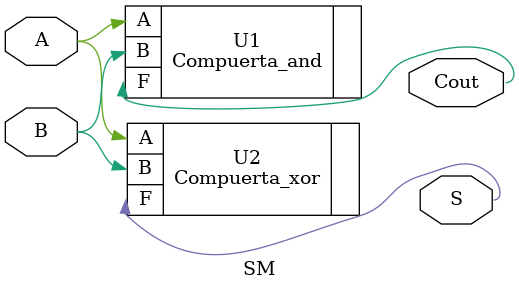
<source format=v>
module SM(
	input A,
	input B,
	output Cout,
	output S
	);
	
Compuerta_and U1(
.A(A),
.B(B),
.F(Cout)
);

Compuerta_xor U2(
.A(A),
.B(B),
.F(S)
);
endmodule

</source>
